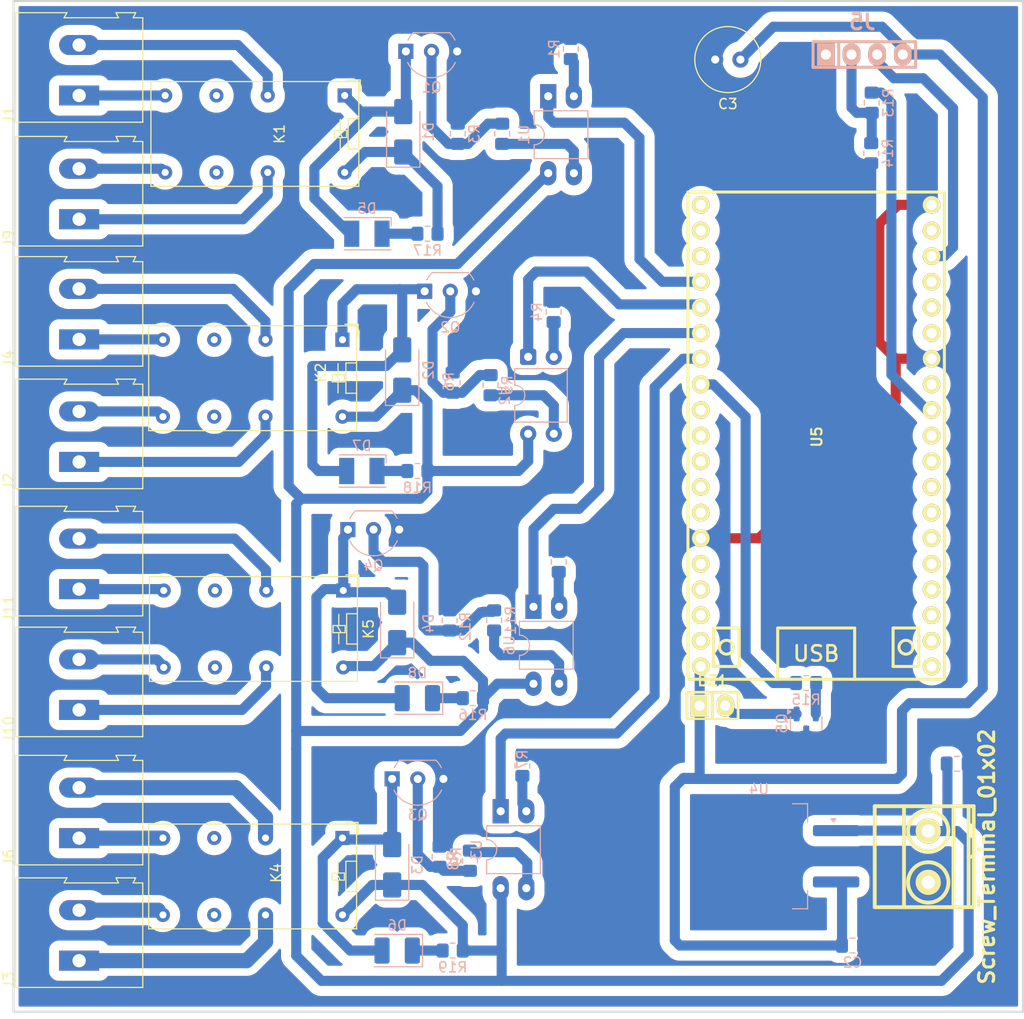
<source format=kicad_pcb>
(kicad_pcb (version 20241229) (generator "pcbnew") (generator_version "9.0")
  (layers (0 "F.Cu" signal) (2 "B.Cu" signal) (13 "F.Paste" user) (15 "B.Paste" user) (5 "F.SilkS" user "F.Silkscreen") (7 "B.SilkS" user "B.Silkscreen") (1 "F.Mask" user) (3 "B.Mask" user) (25 "Edge.Cuts" user))
  (net 0 "")
  (net 1 "Net-(J1-Pin_1)")
  (net 2 "GND")
  (net 3 "Net-(D1-A)")
  (net 4 "+5V")
  (net 5 "VCC")
  (net 6 "echo")
  (net 7 "trig")
  (net 8 "Net-(R1-Pad2)")
  (net 9 "Net-(R2-Pad1)")
  (net 14 "Net-(BZ1--)")
  (net 26 "Net-(Q5-B)")
  (net 37 "Net-(D2-A)")
  (net 38 "Net-(D4-A)")
  (net 39 "Net-(J4-Pin_1)")
  (net 40 "Net-(R4-Pad2)")
  (net 41 "Net-(Q2-B)")
  (net 42 "Net-(R5-Pad1)")
  (net 43 "Net-(R7-Pad2)")
  (net 44 "Net-(Q3-B)")
  (net 45 "Net-(R8-Pad1)")
  (net 46 "Net-(R10-Pad2)")
  (net 47 "Net-(Q4-B)")
  (net 48 "Net-(R11-Pad1)")
  (net 49 "VCC1")
  (net 50 "Net-(J5-Pin_2)")
  (net 52 "Net-(J10-Pin_2)")
  (net 54 "Net-(J11-Pin_1)")
  (net 55 "Net-(J9-Pin_2)")
  (net 58 "Net-(J2-Pin_2)")
  (net 61 "Net-(J3-Pin_2)")
  (net 62 "Net-(J6-Pin_1)")
  (net 64 "gpio1")
  (net 65 "gpio2")
  (net 66 "gpio4")
  (net 67 "gpio3")
  (net 68 "Net-(U5-IO33)")
  (net 69 "Net-(Q1-B)")
  (net 71 "Net-(D5-A)")
  (net 72 "Net-(D7-A)")
  (net 73 "22")
  (net 74 "88")
  (net 75 "66")
  (net 76 "77")
  (net 77 "55")
  (net 78 "11")
  (net 79 "33")
  (net 80 "44")
  (net 82 "Net-(D3-A)")
  (net 83 "Net-(D6-A)")
  (net 84 "Net-(D8-A)")
  (footprint "EESTN5:BORNERA2" (layer "F.Cu") (at 188.6 134.2 90)
    (property "Reference" "J7" (hide yes))
    (property "Value" "Screw_Terminal_01x02")
  )
  (footprint "TerminalBlock:TerminalBlock_Altech_AK300-2_P5.00mm" (layer "F.Cu") (at 104.5 71.065 90)
    (property "Reference" "J9")
    (property "Value" "Screw_Terminal_01x02")
  )
  (footprint "TerminalBlock:TerminalBlock_Altech_AK300-2_P5.00mm" (layer "F.Cu") (at 104.5 119.665 90)
    (property "Reference" "J10")
    (property "Value" "Screw_Terminal_01x02")
  )
  (footprint "Relay_THT:Relay_DPDT_Omron_G5V-2" (layer "F.Cu") (at 130.6575 107.8375 -90)
    (property "Reference" "K5")
    (property "Value" "G5V-2")
  )
  (footprint "TerminalBlock:TerminalBlock_Altech_AK300-2_P5.00mm" (layer "F.Cu") (at 104.5 82.965 90)
    (property "Reference" "J4")
    (property "Value" "Screw_Terminal_01x02")
  )
  (footprint "Relay_THT:Relay_DPDT_Omron_G5V-2" (layer "F.Cu") (at 130.8 58.8075 -90)
    (property "Reference" "K1")
    (property "Value" "G5V-2")
  )
  (footprint "Relay_THT:Relay_DPDT_Omron_G5V-2" (layer "F.Cu") (at 130.58 83 -90)
    (property "Reference" "K2")
    (property "Value" "G5V-2")
  )
  (footprint "TerminalBlock:TerminalBlock_Altech_AK300-2_P5.00mm" (layer "F.Cu") (at 104.5 144.5 90)
    (property "Reference" "J3")
    (property "Value" "Screw_Terminal_01x02")
  )
  (footprint "EESTN5:Pin_Header_2" (layer "F.Cu") (at 167.23 118.9325)
    (property "Reference" "BZ1")
    (property "Value" "Buzzer" (hide yes))
  )
  (footprint "TerminalBlock:TerminalBlock_Altech_AK300-2_P5.00mm" (layer "F.Cu") (at 104.5 95.1 90)
    (property "Reference" "J2")
    (property "Value" "Screw_Terminal_01x02")
  )
  (footprint "TerminalBlock:TerminalBlock_Altech_AK300-2_P5.00mm" (layer "F.Cu") (at 104.5 107.7 90)
    (property "Reference" "J11")
    (property "Value" "Screw_Terminal_01x02")
  )
  (footprint "TerminalBlock:TerminalBlock_Altech_AK300-2_P5.00mm" (layer "F.Cu") (at 104.5 132.365 90)
    (property "Reference" "J6")
    (property "Value" "Screw_Terminal_01x02")
  )
  (footprint "Capacitor_THT:C_Radial_D6.3mm_H5.0mm_P2.50mm" (layer "F.Cu") (at 170 55.25 180)
    (property "Reference" "C3")
    (property "Value" "C_Polarized")
  )
  (footprint "TerminalBlock:TerminalBlock_Altech_AK300-2_P5.00mm" (layer "F.Cu") (at 104.5 58.8075 90)
    (property "Reference" "J1")
    (property "Value" "Screw_Terminal_01x02")
  )
  (footprint "Relay_THT:Relay_DPDT_Omron_G5V-2" (layer "F.Cu") (at 130.58 132.35 -90)
    (property "Reference" "K4")
    (property "Value" "G5V-2")
  )
  (footprint "EESTN5:ESP32S" (layer "F.Cu") (at 177.5 92.5 -90)
    (property "Reference" "U5")
    (property "Value" "ESP32_DEVKITC" (hide yes))
  )
  (footprint "LED_SMD:LED_PLCC-2_3.4x3.0mm_AK" (layer "B.Cu") (at 133 72.5 180)
    (property "Reference" "D5")
    (property "Value" "LED")
  )
  (footprint "Resistor_SMD:R_0805_2012Metric_Pad1.20x1.40mm_HandSolder" (layer "B.Cu") (at 145.6 110.8 90)
    (property "Reference" "R11")
    (property "Value" "1k")
  )
  (footprint "EESTN5:DIP-4_PC817" (layer "B.Cu") (at 146.25 129.7 -90)
    (property "Reference" "U3")
    (property "Value" "PC817" (hide yes))
  )
  (footprint "Resistor_SMD:R_0805_2012Metric_Pad1.20x1.40mm_HandSolder" (layer "B.Cu") (at 143.5 118.5)
    (property "Reference" "R16")
    (property "Value" "1k")
  )
  (footprint "LED_SMD:LED_PLCC-2_3.4x3.0mm_AK" (layer "B.Cu") (at 132.5 96 180)
    (property "Reference" "D7")
    (property "Value" "LED")
  )
  (footprint "Resistor_SMD:R_0805_2012Metric_Pad1.20x1.40mm_HandSolder" (layer "B.Cu") (at 143.2 134.6 -90)
    (property "Reference" "R8")
    (property "Value" "1k")
  )
  (footprint "Capacitor_SMD:C_0805_2012Metric_Pad1.18x1.45mm_HandSolder" (layer "B.Cu") (at 181.1 143)
    (property "Reference" "C2")
    (property "Value" "C")
  )
  (footprint "Capacitor_SMD:C_0805_2012Metric_Pad1.18x1.45mm_HandSolder" (layer "B.Cu") (at 191.4625 125)
    (property "Reference" "C1" (hide yes))
    (property "Value" "C")
  )
  (footprint "Resistor_SMD:R_0805_2012Metric_Pad1.20x1.40mm_HandSolder" (layer "B.Cu") (at 148.4 125.2 -90)
    (property "Reference" "R7")
    (property "Value" "220")
  )
  (footprint "Resistor_SMD:R_0805_2012Metric_Pad1.20x1.40mm_HandSolder" (layer "B.Cu") (at 141.2 110.8 90)
    (property "Reference" "R12")
    (property "Value" "10k")
  )
  (footprint "Resistor_SMD:R_0805_2012Metric_Pad1.20x1.40mm_HandSolder" (layer "B.Cu") (at 176.5 117)
    (property "Reference" "R15")
    (property "Value" "1k")
  )
  (footprint "Package_DIP:DIP-4_W7.62mm" (layer "B.Cu") (at 148.975 84.695 -90)
    (property "Reference" "U2")
    (property "Value" "PC817")
  )
  (footprint "Package_TO_SOT_THT:TO-92_Inline_Wide" (layer "B.Cu") (at 138.72 78.2)
    (property "Reference" "Q2")
    (property "Value" "BC547")
  )
  (footprint "Diode_SMD:D_SMA" (layer "B.Cu") (at 136.6 62.4 90)
    (property "Reference" "D1")
    (property "Value" "1n4007")
  )
  (footprint "Package_TO_SOT_SMD:TO-263-3_TabPin2" (layer "B.Cu") (at 171.825 134.16 180)
    (property "Reference" "U4")
    (property "Value" "L7805")
  )
  (footprint "EESTN5:pin_strip_4" (layer "B.Cu") (at 182.27 54.75)
    (property "Reference" "J5")
    (property "Value" "Screw_Terminal_01x04" (hide yes))
  )
  (footprint "Diode_SMD:D_SMA" (layer "B.Cu") (at 135.5 135 90)
    (property "Reference" "D3")
    (property "Value" "1n4007")
  )
  (footprint "Diode_SMD:D_SMA" (layer "B.Cu") (at 136.5 86 90)
    (property "Reference" "D2")
    (property "Value" "1n4007")
  )
  (footprint "EESTN5:DIP-4_PC817" (layer "B.Cu") (at 149.5 109.45 -90)
    (property "Reference" "U6")
    (property "Value" "PC817" (hide yes))
  )
  (footprint "Resistor_SMD:R_0805_2012Metric_Pad1.20x1.40mm_HandSolder" (layer "B.Cu") (at 146.4 62.6 90)
    (property "Reference" "R2" (hide yes))
    (property "Value" "1k")
  )
  (footprint "Resistor_SMD:R_0805_2012Metric_Pad1.20x1.40mm_HandSolder" (layer "B.Cu") (at 139 72.5)
    (property "Reference" "R17")
    (property "Value" "1k")
  )
  (footprint "LED_SMD:LED_PLCC-2_3.4x3.0mm_AK" (layer "B.Cu") (at 136 143.5 180)
    (property "Reference" "D6")
    (property "Value" "LED")
  )
  (footprint "Resistor_SMD:R_0805_2012Metric_Pad1.20x1.40mm_HandSolder" (layer "B.Cu") (at 138 96)
    (property "Reference" "R18")
    (property "Value" "1k")
  )
  (footprint "Package_TO_SOT_THT:TO-92_Inline_Wide" (layer "B.Cu") (at 135.5 126.5)
    (property "Reference" "Q3")
    (property "Value" "BC547")
  )
  (footprint "Resistor_SMD:R_0805_2012Metric_Pad1.20x1.40mm_HandSolder" (layer "B.Cu") (at 141.5 143.5)
    (property "Reference" "R19")
    (property "Value" "1k")
  )
  (footprint "Package_TO_SOT_SMD:SOT-23" (layer "B.Cu") (at 176.5125 121 -90)
    (property "Reference" "Q5")
    (property "Value" "BC547")
  )
  (footprint "Resistor_SMD:R_0805_2012Metric_Pad1.20x1.40mm_HandSolder" (layer "B.Cu") (at 182.95 64.525 90)
    (property "Reference" "R14")
    (property "Value" "2K")
  )
  (footprint "EESTN5:DIP-4_PC817" (layer "B.Cu") (at 150.96 58.88 -90)
    (property "Reference" "U1")
    (property "Value" "PC817" (hide yes))
  )
  (footprint "Package_TO_SOT_THT:TO-92_Inline_Wide" (layer "B.Cu") (at 136.86 54.44)
    (property "Reference" "Q1")
    (property "Value" "BC547")
  )
  (footprint "Resistor_SMD:R_0805_2012Metric_Pad1.20x1.40mm_HandSolder" (layer "B.Cu") (at 141.5 87.25 90)
    (property "Reference" "R6")
    (property "Value" "10k")
  )
  (footprint "Resistor_SMD:R_0805_2012Metric_Pad1.20x1.40mm_HandSolder" (layer "B.Cu") (at 153.2 54.2 -90)
    (property "Reference" "R1")
    (property "Value" "220")
  )
  (footprint "Resistor_SMD:R_0805_2012Metric_Pad1.20x1.40mm_HandSolder" (layer "B.Cu") (at 145.25 87.5 90)
    (property "Reference" "R5")
    (property "Value" "1k")
  )
  (footprint "Resistor_SMD:R_0805_2012Metric_Pad1.20x1.40mm_HandSolder" (layer "B.Cu") (at 152 105 -90)
    (property "Reference" "R10" (hide yes))
    (property "Value" "220")
  )
  (footprint "Diode_SMD:D_SMA" (layer "B.Cu") (at 136 111 90)
    (property "Reference" "D4")
    (property "Value" "1n4007")
  )
  (footprint "Resistor_SMD:R_0805_2012Metric_Pad1.20x1.40mm_HandSolder" (layer "B.Cu") (at 142 62.6 90)
    (property "Reference" "R3")
    (property "Value" "10k" (hide yes))
  )
  (footprint "Package_TO_SOT_THT:TO-92_Inline_Wide" (layer "B.Cu") (at 131.12 101.8)
    (property "Reference" "Q4")
    (property "Value" "BC547")
  )
  (footprint "LED_SMD:LED_PLCC-2_3.4x3.0mm_AK" (layer "B.Cu") (at 138 118.5 180)
    (property "Reference" "D8")
    (property "Value" "LED")
  )
  (footprint "Resistor_SMD:R_0805_2012Metric_Pad1.20x1.40mm_HandSolder" (layer "B.Cu") (at 140.2 134.2 90)
    (property "Reference" "R9")
    (property "Value" "10k" (hide yes))
  )
  (footprint "Resistor_SMD:R_0805_2012Metric_Pad1.20x1.40mm_HandSolder" (layer "B.Cu") (at 183 59.525 90)
    (property "Reference" "R13")
    (property "Value" "1K")
  )
  (footprint "Resistor_SMD:R_0805_2012Metric_Pad1.20x1.40mm_HandSolder" (layer "B.Cu") (at 151.5 80.25 -90)
    (property "Reference" "R4")
    (property "Value" "220")
  )
  (gr_rect (start 98 49.45) (end 198 149.55) (stroke (width 0.2)) (fill no) (layer "Edge.Cuts"))
  (segment (start 104.5 58.8075) (end 113.02 58.8075) (width 1) (layer "B.Cu") (net 1))
  (segment (start 188.93 69.64) (end 185.61 69.64) (width 1) (layer "F.Cu") (net 2))
  (segment (start 185.38 89.12) (end 185.38 84.88) (width 1) (layer "F.Cu") (net 2))
  (segment (start 185.61 69.64) (end 183.75 71.5) (width 1) (layer "F.Cu") (net 2))
  (segment (start 171.84 102.66) (end 185.38 89.12) (width 1) (layer "F.Cu") (net 2))
  (segment (start 185.38 84.88) (end 188.93 84.88) (width 1) (layer "F.Cu") (net 2))
  (segment (start 183.75 83.25) (end 185.38 84.88) (width 1) (layer "F.Cu") (net 2))
  (segment (start 183.75 71.5) (end 183.75 83.25) (width 1) (layer "F.Cu") (net 2))
  (segment (start 166.07 102.66) (end 171.84 102.66) (width 1) (layer "F.Cu") (net 2))
  (segment (start 136.86 60.14) (end 136.6 60.4) (width 1) (layer "B.Cu") (net 3))
  (segment (start 127.8 69) (end 131.3 72.5) (width 1) (layer "B.Cu") (net 3))
  (segment (start 136.6 60.4) (end 133.4 60.4) (width 1) (layer "B.Cu") (net 3))
  (segment (start 131.3 72.5) (end 131.5 72.5) (width 1) (layer "B.Cu") (net 3))
  (segment (start 127.8 66) (end 127.8 69) (width 1) (layer "B.Cu") (net 3))
  (segment (start 136.86 54.44) (end 136.86 60.14) (width 1) (layer "B.Cu") (net 3))
  (segment (start 133.4 60.4) (end 127.8 66) (width 1) (layer "B.Cu") (net 3))
  (segment (start 136.6 60.4) (end 132.3925 60.4) (width 1) (layer "B.Cu") (net 3))
  (segment (start 132.3925 60.4) (end 130.8 58.8075) (width 1) (layer "B.Cu") (net 3))
  (segment (start 186 126) (end 186 119.75) (width 1) (layer "B.Cu") (net 4))
  (segment (start 192.5 119) (end 194 117.5) (width 1) (layer "B.Cu") (net 4))
  (segment (start 186 119.75) (end 186.75 119) (width 1) (layer "B.Cu") (net 4))
  (segment (start 186.75 119) (end 192.5 119) (width 1) (layer "B.Cu") (net 4))
  (segment (start 189.75 54.75) (end 186.08 54.75) (width 1) (layer "B.Cu") (net 4))
  (segment (start 185.5 126.5) (end 186 126) (width 1) (layer "B.Cu") (net 4))
  (segment (start 163.5 142.5) (end 163.5 127.274) (width 1) (layer "B.Cu") (net 4))
  (segment (start 164 143) (end 163.5 142.5) (width 1) (layer "B.Cu") (net 4))
  (segment (start 180.0625 143) (end 180.0625 137.2875) (width 1) (layer "B.Cu") (net 4))
  (segment (start 173.25 52) (end 184.021618 52) (width 1) (layer "B.Cu") (net 4))
  (segment (start 164.374 126.4) (end 165.96 126.4) (width 1) (layer "B.Cu") (net 4))
  (segment (start 164.474 126.5) (end 185.5 126.5) (width 1) (layer "B.Cu") (net 4))
  (segment (start 194 117.5) (end 194 59) (width 1) (layer "B.Cu") (net 4))
  (segment (start 184.021618 52) (end 186.08 54.058382) (width 1) (layer "B.Cu") (net 4))
  (segment (start 170 55.25) (end 173.25 52) (width 1) (layer "B.Cu") (net 4))
  (segment (start 186.08 54.058382) (end 186.08 54.75) (width 1) (layer "B.Cu") (net 4))
  (segment (start 164.374 126.4) (end 164.474 126.5) (width 1) (layer "B.Cu") (net 4))
  (segment (start 163.5 127.274) (end 164.374 126.4) (width 1) (layer "B.Cu") (net 4))
  (segment (start 194 59) (end 189.75 54.75) (width 1) (layer "B.Cu") (net 4))
  (segment (start 180.0625 143) (end 164 143) (width 1) (layer "B.Cu") (net 4))
  (segment (start 165.96 126.4) (end 165.96 115.47) (width 1) (layer "B.Cu") (net 4))
  (segment (start 165.96 115.47) (end 166.07 115.36) (width 1) (layer "B.Cu") (net 4))
  (segment (start 139 98) (end 138.25 98.75) (width 1) (layer "B.Cu") (net 5))
  (segment (start 188.56 131.62) (end 188.6 131.66) (width 1) (layer "B.Cu") (net 5))
  (segment (start 190.5 131.66) (end 188.6 131.66) (width 1) (layer "B.Cu") (net 5))
  (segment (start 142.5 141) (end 142.5 143.5) (width 1) (layer "B.Cu") (net 5))
  (segment (start 146.35 146.5) (end 146.35 137.02) (width 1) (layer "B.Cu") (net 5))
  (segment (start 139.3 114.8) (end 142.55 114.8) (width 1) (layer "B.Cu") (net 5))
  (segment (start 133.88 90.62) (end 136.5 88) (width 1) (layer "B.Cu") (net 5))
  (segment (start 142.5 143.5) (end 146.35 143.5) (width 1) (layer "B.Cu") (net 5))
  (segment (start 126 99.25) (end 126 123.5) (width 1) (layer "B.Cu") (net 5))
  (segment (start 133.68 115.32) (end 130.63 115.32) (width 1) (layer "B.Cu") (net 5))
  (segment (start 136.5 88) (end 137.84405 88) (width 1) (layer "B.Cu") (net 5))
  (segment (start 148.975 92.315) (end 148.975 95.025) (width 1) (layer "B.Cu") (net 5))
  (segment (start 126.5 98.75) (end 126 99.25) (width 1) (layer "B.Cu") (net 5))
  (segment (start 126 144) (end 128.5 146.5) (width 1) (layer "B.Cu") (net 5))
  (segment (start 125.25 97.5) (end 125.25 78) (width 1) (layer "B.Cu") (net 5))
  (segment (start 192.6 132.8) (end 191.46 131.66) (width 1) (layer "B.Cu") (net 5))
  (segment (start 130.58 90.62) (end 133.88 90.62) (width 1) (layer "B.Cu") (net 5))
  (segment (start 190.5 125.075) (end 190.5 131.66) (width 1) (layer "B.Cu") (net 5))
  (segment (start 142.25 121.75) (end 126 121.75) (width 1) (layer "B.Cu") (net 5))
  (segment (start 145.93 117.07) (end 144.5 118.5) (width 1) (layer "B.Cu") (net 5))
  (segment (start 133.55 137) (end 130.58 139.97) (width 1) (layer "B.Cu") (net 5))
  (segment (start 141.5 140) (end 142.5 141) (width 1) (layer "B.Cu") (net 5))
  (segment (start 141.96 75.5) (end 150.96 66.5) (width 1) (layer "B.Cu") (net 5))
  (segment (start 179.475 131.62) (end 188.56 131.62) (width 1) (layer "B.Cu") (net 5))
  (segment (start 142.55 114.8) (end 144.5 116.75) (width 1) (layer "B.Cu") (net 5))
  (segment (start 126 123.5) (end 126 144) (width 1) (layer "B.Cu") (net 5))
  (segment (start 139 96) (end 139 98) (width 1) (layer "B.Cu") (net 5))
  (segment (start 190.425 125) (end 190.5 125.075) (width 1) (layer "B.Cu") (net 5))
  (segment (start 135.5 137) (end 133.55 137) (width 1) (layer "B.Cu") (net 5))
  (segment (start 135.5 137) (end 138.5 137) (width 1) (layer "B.Cu") (net 5))
  (segment (start 137.84405 88) (end 139 89.15595) (width 1) (layer "B.Cu") (net 5))
  (segment (start 136 113) (end 137.5 113) (width 1) (layer "B.Cu") (net 5))
  (segment (start 139 89.15595) (end 139 96) (width 1) (layer "B.Cu") (net 5))
  (segment (start 146.35 137.02) (end 146.35 137.780552) (width 1) (layer "B.Cu") (net 5))
  (segment (start 192.6 143.8) (end 192.6 132.8) (width 1) (layer "B.Cu") (net 5))
  (segment (start 148 96) (end 139 96) (width 1) (layer "B.Cu") (net 5))
  (segment (start 128.5 146.5) (end 189.9 146.5) (width 1) (layer "B.Cu") (net 5))
  (segment (start 126.5 98.75) (end 125.25 97.5) (width 1) (layer "B.Cu") (net 5))
  (segment (start 144.5 118.5) (end 144.5 119.5) (width 1) (layer "B.Cu") (net 5))
  (segment (start 137.5 113) (end 139.3 114.8) (width 1) (layer "B.Cu") (net 5))
  (segment (start 125.25 78) (end 127.75 75.5) (width 1) (layer "B.Cu") (net 5))
  (segment (start 189.9 146.5) (end 192.6 143.8) (width 1) (layer "B.Cu") (net 5))
  (segment (start 144.5 116.75) (end 144.5 118.5) (width 1) (layer "B.Cu") (net 5))
  (segment (start 144.5 119.5) (end 142.25 121.75) (width 1) (layer "B.Cu") (net 5))
  (segment (start 191.46 131.66) (end 188.6 131.66) (width 1) (layer "B.Cu") (net 5))
  (segment (start 127.75 75.5) (end 141.96 75.5) (width 1) (layer "B.Cu") (net 5))
  (segment (start 138.25 98.75) (end 126.5 98.75) (width 1) (layer "B.Cu") (net 5))
  (segment (start 138.5 137) (end 142.5 141) (width 1) (layer "B.Cu") (net 5))
  (segment (start 148.975 95.025) (end 148 96) (width 1) (layer "B.Cu") (net 5))
  (segment (start 133.68 115.32) (end 136 113) (width 1) (layer "B.Cu") (net 5))
  (segment (start 149.5 117.07) (end 145.93 117.07) (width 1) (layer "B.Cu") (net 5))
  (segment (start 191.056 60.056) (end 188.101 57.101) (width 1) (layer "B.Cu") (net 6))
  (segment (start 185.199382 57.101) (end 183.54 55.441618) (width 1) (layer "B.Cu") (net 6))
  (segment (start 190.167436 74.72) (end 191.056 73.831436) (width 1) (layer "B.Cu") (net 6))
  (segment (start 191.056 73.831436) (end 191.056 60.056) (width 1) (layer "B.Cu") (net 6))
  (segment (start 188.93 74.72) (end 190.167436 74.72) (width 1) (layer "B.Cu") (net 6))
  (segment (start 188.101 57.101) (end 185.199382 57.101) (width 1) (layer "B.Cu") (net 6))
  (segment (start 183.54 55.441618) (end 183.54 54.75) (width 1) (layer "B.Cu") (net 6))
  (segment (start 183.929662 58.525) (end 183 58.525) (width 1) (layer "B.Cu") (net 7))
  (segment (start 184.951 86.447618) (end 184.951 85.545619) (width 1) (layer "B.Cu") (net 7))
  (segment (start 188.463382 89.96) (end 184.951 86.447618) (width 1) (layer "B.Cu") (net 7))
  (segment (start 184.951 59.546338) (end 183.929662 58.525) (width 1) (layer "B.Cu") (net 7))
  (segment (start 184.951 85.545619) (end 184.951 59.546338) (width 1) (layer "B.Cu") (net 7))
  (segment (start 188.93 89.96) (end 188.463382 89.96) (width 1) (layer "B.Cu") (net 7))
  (segment (start 153.5 58.88) (end 153.5 55.5) (width 1) (layer "B.Cu") (net 8))
  (segment (start 153.5 55.5) (end 153.2 55.2) (width 1) (layer "B.Cu") (net 8))
  (segment (start 146.4 63.6) (end 152.8 63.6) (width 1) (layer "B.Cu") (net 9))
  (segment (start 153.5 64.3) (end 153.5 66.5) (width 1) (layer "B.Cu") (net 9))
  (segment (start 152.8 63.6) (end 153.5 64.3) (width 1) (layer "B.Cu") (net 9))
  (segment (start 169.3125 120.0625) (end 168.5 119.25) (width 1) (layer "B.Cu") (net 14))
  (segment (start 175.5625 120.0625) (end 169.3125 120.0625) (width 1) (layer "B.Cu") (net 14))
  (segment (start 177.4625 120.0625) (end 177.4625 117.0375) (width 1) (layer "B.Cu") (net 26))
  (segment (start 177.4625 117.0375) (end 177.5 117) (width 1) (layer "B.Cu") (net 26))
  (segment (start 127.6 85.6) (end 134.9 85.6) (width 1) (layer "B.Cu") (net 37))
  (segment (start 128.2 96) (end 127.6 95.4) (width 1) (layer "B.Cu") (net 37))
  (segment (start 132 78) (end 136.25 78) (width 1) (layer "B.Cu") (net 37))
  (segment (start 138.52 78) (end 136.25 78) (width 1) (layer "B.Cu") (net 37))
  (segment (start 134.9 85.6) (end 136.5 84) (width 1) (layer "B.Cu") (net 37))
  (segment (start 131 96) (end 128.2 96) (width 1) (layer "B.Cu") (net 37))
  (segment (start 138.72 78.2) (end 138.52 78) (width 1) (layer "B.Cu") (net 37))
  (segment (start 136.5 84) (end 136.5 78.25) (width 1) (layer "B.Cu") (net 37))
  (segment (start 127.6 95.4) (end 127.6 85.6) (width 1) (layer "B.Cu") (net 37))
  (segment (start 130.58 79.42) (end 132 78) (width 1) (layer "B.Cu") (net 37))
  (segment (start 136.5 78.25) (end 136.25 78) (width 1) (layer "B.Cu") (net 37))
  (segment (start 130.58 83) (end 130.58 79.42) (width 1) (layer "B.Cu") (net 37))
  (segment (start 130.93 108) (end 130.63 107.7) (width 1) (layer "B.Cu") (net 38))
  (segment (start 128 117.5) (end 129 118.5) (width 1) (layer "B.Cu") (net 38))
  (segment (start 136 109) (end 135 108) (width 1) (layer "B.Cu") (net 38))
  (segment (start 130.6575 107.6725) (end 130.63 107.7) (width 1) (layer "B.Cu") (net 38))
  (segment (start 135 108) (end 130.93 108) (width 1) (layer "B.Cu") (net 38))
  (segment (start 130.63 107.7) (end 128.8 107.7) (width 1) (layer "B.Cu") (net 38))
  (segment (start 129 118.5) (end 136.5 118.5) (width 1) (layer "B.Cu") (net 38))
  (segment (start 131.26 102.04) (end 130.6575 102.6425) (width 1) (layer "B.Cu") (net 38))
  (segment (start 130.6575 102.6425) (end 130.6575 107.6725) (width 1) (layer "B.Cu") (net 38))
  (segment (start 128.8 107.7) (end 128 108.5) (width 1) (layer "B.Cu") (net 38))
  (segment (start 128 108.5) (end 128 117.5) (width 1) (layer "B.Cu") (net 38))
  (segment (start 112.765 82.965) (end 112.8 83) (width 1) (layer "B.Cu") (net 39))
  (segment (start 104.5 82.965) (end 112.765 82.965) (width 1) (layer "B.Cu") (net 39))
  (segment (start 151.5 81.25) (end 151.5 84.68) (width 1) (layer "B.Cu") (net 40))
  (segment (start 151.5 84.68) (end 151.515 84.695) (width 1) (layer "B.Cu") (net 40))
  (segment (start 141.26 80.24) (end 141.26 78.2) (width 1) (layer "B.Cu") (net 41))
  (segment (start 144.179662 86.5) (end 142.429662 88.25) (width 1) (layer "B.Cu") (net 41))
  (segment (start 142.429662 88.25) (end 141.5 88.25) (width 1) (layer "B.Cu") (net 41))
  (segment (start 140.570338 88.25) (end 139.5 87.179662) (width 1) (layer "B.Cu") (net 41))
  (segment (start 141.5 88.25) (end 140.570338 88.25) (width 1) (layer "B.Cu") (net 41))
  (segment (start 145.25 86.5) (end 144.179662 86.5) (width 1) (layer "B.Cu") (net 41))
  (segment (start 139.5 82) (end 141.26 80.24) (width 1) (layer "B.Cu") (net 41))
  (segment (start 139.5 87.179662) (end 139.5 82) (width 1) (layer "B.Cu") (net 41))
  (segment (start 151.515 89.515) (end 150.5 88.5) (width 1) (layer "B.Cu") (net 42))
  (segment (start 150.5 88.5) (end 145.25 88.5) (width 1) (layer "B.Cu") (net 42))
  (segment (start 151.515 92.315) (end 151.515 89.515) (width 1) (layer "B.Cu") (net 42))
  (segment (start 148.4 126.2) (end 148.4 128.91) (width 1) (layer "B.Cu") (net 43))
  (segment (start 148.4 128.91) (end 148.89 129.4) (width 1) (layer "B.Cu") (net 43))
  (segment (start 139.270338 135.2) (end 140.2 135.2) (width 1) (layer "B.Cu") (net 44))
  (segment (start 138.04 133.969662) (end 139.270338 135.2) (width 1) (layer "B.Cu") (net 44))
  (segment (start 140.6 135.6) (end 143.2 135.6) (width 1) (layer "B.Cu") (net 44))
  (segment (start 138.04 126.5) (end 138.04 133.969662) (width 1) (layer "B.Cu") (net 44))
  (segment (start 140.2 135.2) (end 140.6 135.6) (width 1) (layer "B.Cu") (net 44))
  (segment (start 147.82 133.75) (end 148.89 134.82) (width 1) (layer "B.Cu") (net 45))
  (segment (start 148.89 134.82) (end 148.89 137.02) (width 1) (layer "B.Cu") (net 45))
  (segment (start 143.2 133.6) (end 143.35 133.75) (width 1) (layer "B.Cu") (net 45))
  (segment (start 143.35 133.75) (end 147.82 133.75) (width 1) (layer "B.Cu") (net 45))
  (segment (start 152 106) (end 152 109.41) (width 1) (layer "B.Cu") (net 46))
  (segment (start 152 109.41) (end 152.04 109.45) (width 1) (layer "B.Cu") (net 46))
  (segment (start 138.6 105.4) (end 138.6 111.4) (width 1) (layer "B.Cu") (net 47))
  (segment (start 139 111.8) (end 141.2 111.8) (width 1) (layer "B.Cu") (net 47))
  (segment (start 134.6 105) (end 138.2 105) (width 1) (layer "B.Cu") (net 47))
  (segment (start 133.66 101.8) (end 133.66 104.06) (width 1) (layer "B.Cu") (net 47))
  (segment (start 141.2 111.8) (end 142.45 111.8) (width 1) (layer "B.Cu") (net 47))
  (segment (start 138.2 105) (end 138.6 105.4) (width 1) (layer "B.Cu") (net 47))
  (segment (start 133.66 104.06) (end 134.6 105) (width 1) (layer "B.Cu") (net 47))
  (segment (start 138.6 111.4) (end 139 111.8) (width 1) (layer "B.Cu") (net 47))
  (segment (start 145.451 109.949) (end 145.6 109.8) (width 1) (layer "B.Cu") (net 47))
  (segment (start 144.521338 109.949) (end 145.451 109.949) (width 1) (layer "B.Cu") (net 47))
  (segment (start 142.45 111.8) (end 144.25 110) (width 1) (layer "B.Cu") (net 47))
  (segment (start 144.470338 110) (end 144.521338 109.949) (width 1) (layer "B.Cu") (net 47))
  (segment (start 144.25 110) (end 144.470338 110) (width 1) (layer "B.Cu") (net 47))
  (segment (start 145.6 113.6) (end 146.25 114.25) (width 1) (layer "B.Cu") (net 48))
  (segment (start 145.6 111.8) (end 145.6 113.6) (width 1) (layer "B.Cu") (net 48))
  (segment (start 151.25 114.25) (end 152.04 115.04) (width 1) (layer "B.Cu") (net 48))
  (segment (start 146.25 114.25) (end 151.25 114.25) (width 1) (layer "B.Cu") (net 48))
  (segment (start 152.04 115.04) (end 152.04 117.07) (width 1) (layer "B.Cu") (net 48))
  (segment (start 140 67.8) (end 140 72.5) (width 1) (layer "B.Cu") (net 49))
  (segment (start 132.8275 64.4) (end 130.8 66.4275) (width 1) (layer "B.Cu") (net 49))
  (segment (start 136.6 64.4) (end 140 67.8) (width 1) (layer "B.Cu") (net 49))
  (segment (start 136.6 64.4) (end 132.8275 64.4) (width 1) (layer "B.Cu") (net 49))
  (segment (start 183 60.525) (end 183 63.475) (width 1) (layer "B.Cu") (net 50))
  (segment (start 181 60) (end 181 54.75) (width 1) (layer "B.Cu") (net 50))
  (segment (start 183 60.525) (end 181.525 60.525) (width 1) (layer "B.Cu") (net 50))
  (segment (start 181.525 60.525) (end 181 60) (width 1) (layer "B.Cu") (net 50))
  (segment (start 182.95 60.575) (end 183 60.525) (width 1) (layer "B.Cu") (net 50))
  (segment (start 183 63.475) (end 182.95 63.525) (width 1) (layer "B.Cu") (net 50))
  (segment (start 112.195 114.665) (end 112.85 115.32) (width 1) (layer "B.Cu") (net 52))
  (segment (start 104.5 114.665) (end 112.195 114.665) (width 1) (layer "B.Cu") (net 52))
  (segment (start 104.5 107.7) (end 112.85 107.7) (width 1) (layer "B.Cu") (net 54))
  (segment (start 112.6575 66.065) (end 113.02 66.4275) (width 1) (layer "B.Cu") (net 55))
  (segment (start 104.5 66.065) (end 112.6575 66.065) (width 1) (layer "B.Cu") (net 55))
  (segment (start 104.5 90.1) (end 112.28 90.1) (width 1) (layer "B.Cu") (net 58))
  (segment (start 112.28 90.1) (end 112.8 90.62) (width 1) (layer "B.Cu") (net 58))
  (segment (start 112.33 139.5) (end 112.8 139.97) (width 1) (layer "B.Cu") (net 61))
  (segment (start 104.5 139.5) (end 112.33 139.5) (width 1.5) (layer "B.Cu") (net 61))
  (segment (start 112.785 132.365) (end 112.8 132.35) (width 1) (layer "B.Cu") (net 62))
  (segment (start 104.5 132.365) (end 112.785 132.365) (width 1.5) (layer "B.Cu") (net 62))
  (segment (start 160 75) (end 162.26 77.26) (width 1) (layer "B.Cu") (net 64))
  (segment (start 150.96 60.96) (end 151.5 61.5) (width 1) (layer "B.Cu") (net 64))
  (segment (start 162.26 77.26) (end 166.07 77.26) (width 1) (layer "B.Cu") (net 64))
  (segment (start 151.5 61.5) (end 158.5 61.5) (width 1) (layer "B.Cu") (net 64))
  (segment (start 158.5 61.5) (end 160 63) (width 1) (layer "B.Cu") (net 64))
  (segment (start 150.96 58.88) (end 150.96 60.96) (width 1) (layer "B.Cu") (net 64))
  (segment (start 160 63) (end 160 75) (width 1) (layer "B.Cu") (net 64))
  (segment (start 165.77 79.5) (end 158 79.5) (width 1) (layer "B.Cu") (net 65))
  (segment (start 148.975 77.025) (end 148.975 84.695) (width 1) (layer "B.Cu") (net 65))
  (segment (start 166.07 79.8) (end 165.77 79.5) (width 1) (layer "B.Cu") (net 65))
  (segment (start 154.75 76.25) (end 149.75 76.25) (width 1) (layer "B.Cu") (net 65))
  (segment (start 149.75 76.25) (end 148.975 77.025) (width 1) (layer "B.Cu") (net 65))
  (segment (start 158 79.5) (end 154.75 76.25) (width 1) (layer "B.Cu") (net 65))
  (segment (start 161.5 118.25) (end 157.75 122) (width 1) (layer "B.Cu") (net 66))
  (segment (start 146.35 129.6) (end 146.35 129.4) (width 1) (layer "B.Cu") (net 66))
  (segment (start 146.25 122.5) (end 146.25 129.7) (width 1) (layer "B.Cu") (net 66))
  (segment (start 146.75 122) (end 146.25 122.5) (width 1) (layer "B.Cu") (net 66))
  (segment (start 161.5 87.7) (end 161.5 118.25) (width 1) (layer "B.Cu") (net 66))
  (segment (start 166.07 84.88) (end 164.32 84.88) (width 1) (layer "B.Cu") (net 66))
  (segment (start 164.32 84.88) (end 161.5 87.7) (width 1) (layer "B.Cu") (net 66))
  (segment (start 157.75 122) (end 146.75 122) (width 1) (layer "B.Cu") (net 66))
  (segment (start 146.25 129.7) (end 146.35 129.6) (width 1) (layer "B.Cu") (net 66))
  (segment (start 151.5 99.75) (end 154 99.75) (width 1) (layer "B.Cu") (net 67))
  (segment (start 149.5 109.45) (end 149.5 101.75) (width 1) (layer "B.Cu") (net 67))
  (segment (start 158.41 82.34) (end 166.07 82.34) (width 1) (layer "B.Cu") (net 67))
  (segment (start 156 97.75) (end 156 84.75) (width 1) (layer "B.Cu") (net 67))
  (segment (start 156 84.75) (end 158.41 82.34) (width 1) (layer "B.Cu") (net 67))
  (segment (start 149.5 101.75) (end 151.5 99.75) (width 1) (layer "B.Cu") (net 67))
  (segment (start 154 99.75) (end 156 97.75) (width 1) (layer "B.Cu") (net 67))
  (segment (start 173.2625 117) (end 170.5125 114.25) (width 1) (layer "B.Cu") (net 68))
  (segment (start 168.693718 88.806282) (end 167.307436 87.42) (width 1) (layer "B.Cu") (net 68))
  (segment (start 167.307436 87.42) (end 166.07 87.42) (width 1) (layer "B.Cu") (net 68))
  (segment (start 175.5 117) (end 173.2625 117) (width 1) (layer "B.Cu") (net 68))
  (segment (start 170.5125 90.625064) (end 168.693718 88.806282) (width 1) (layer "B.Cu") (net 68))
  (segment (start 170.5125 114.25) (end 170.5125 90.625064) (width 1) (layer "B.Cu") (net 68))
  (segment (start 139.4 54.44) (end 139.4 61.929662) (width 1) (layer "B.Cu") (net 69))
  (segment (start 139.4 61.929662) (end 141.070338 63.6) (width 1) (layer "B.Cu") (net 69))
  (segment (start 145 61.6) (end 143 63.6) (width 1) (layer "B.Cu") (net 69))
  (segment (start 146.4 61.6) (end 145 61.6) (width 1) (layer "B.Cu") (net 69))
  (segment (start 143 63.6) (end 142 63.6) (width 1) (layer "B.Cu") (net 69))
  (segment (start 141.070338 63.6) (end 142 63.6) (width 1) (layer "B.Cu") (net 69))
  (segment (start 138 72.5) (end 134.5 72.5) (width 1) (layer "B.Cu") (net 71))
  (segment (start 137 96) (end 134 96) (width 1) (layer "B.Cu") (net 72))
  (segment (start 120.2075 53.8075) (end 123.18 56.78) (width 1) (layer "B.Cu") (net 73))
  (segment (start 104.5 53.8075) (end 120.2075 53.8075) (width 1) (layer "B.Cu") (net 73))
  (segment (start 123.18 56.78) (end 123.18 58.8075) (width 1) (layer "B.Cu") (net 73))
  (segment (start 104.5 95.1) (end 120.3 95.1) (width 1) (layer "B.Cu") (net 74))
  (segment (start 120.3 95.1) (end 122.96 92.44) (width 1) (layer "B.Cu") (net 74))
  (segment (start 122.96 92.44) (end 122.96 90.62) (width 1) (layer "B.Cu") (net 74))
  (segment (start 121.1 144.5) (end 122.96 142.64) (width 1.5) (layer "B.Cu") (net 75))
  (segment (start 104.5 144.5) (end 121.1 144.5) (width 1.5) (layer "B.Cu") (net 75))
  (segment (start 122.96 142.64) (end 122.96 139.97) (width 1.5) (layer "B.Cu") (net 75))
  (segment (start 122.96 81.16) (end 122.96 83) (width 1) (layer "B.Cu") (net 76))
  (segment (start 119.765 77.965) (end 122.96 81.16) (width 1) (layer "B.Cu") (net 76))
  (segment (start 104.5 77.965) (end 119.765 77.965) (width 1) (layer "B.Cu") (net 76))
  (segment (start 104.5 127.365) (end 120.015 127.365) (width 1.5) (layer "B.Cu") (net 77))
  (segment (start 120.015 127.365) (end 122.96 130.31) (width 1.5) (layer "B.Cu") (net 77))
  (segment (start 122.96 130.31) (end 122.96 132.35) (width 1.5) (layer "B.Cu") (net 77))
  (segment (start 123.18 68.62) (end 123.18 66.4275) (width 1) (layer "B.Cu") (net 78))
  (segment (start 104.5 71.065) (end 120.735 71.065) (width 1) (layer "B.Cu") (net 78))
  (segment (start 120.735 71.065) (end 123.18 68.62) (width 1) (layer "B.Cu") (net 78))
  (segment (start 120.635 119.665) (end 123.01 117.29) (width 1) (layer "B.Cu") (net 79))
  (segment (start 104.5 119.665) (end 120.635 119.665) (width 1) (layer "B.Cu") (net 79))
  (segment (start 123.01 117.29) (end 123.01 115.32) (width 1) (layer "B.Cu") (net 79))
  (segment (start 123.01 105.81) (end 123.01 107.7) (width 1) (layer "B.Cu") (net 80))
  (segment (start 104.5 102.7) (end 119.9 102.7) (width 1) (layer "B.Cu") (net 80))
  (segment (start 119.9 102.7) (end 123.01 105.81) (width 1) (layer "B.Cu") (net 80))
  (segment (start 135.5 133) (end 135.5 126.5) (width 1) (layer "B.Cu") (net 82))
  (segment (start 131.350869 143.5) (end 128.629 140.778131) (width 1) (layer "B.Cu") (net 82))
  (segment (start 128.629 134.301) (end 130.43 132.5) (width 1) (layer "B.Cu") (net 82))
  (segment (start 135 132.5) (end 135.5 133) (width 1) (layer "B.Cu") (net 82))
  (segment (start 130.43 132.5) (end 135 132.5) (width 1) (layer "B.Cu") (net 82))
  (segment (start 134.5 143.5) (end 131.350869 143.5) (width 1) (layer "B.Cu") (net 82))
  (segment (start 128.629 140.778131) (end 128.629 134.301) (width 1) (layer "B.Cu") (net 82))
  (segment (start 140.5 143.5) (end 137.5 143.5) (width 1) (layer "B.Cu") (net 83))
  (segment (start 139.5 118.5) (end 142.5 118.5) (width 1) (layer "B.Cu") (net 84))
  (zone (net 2) (net_name "GND") (layer "B.Cu") (connect_pads yes (clearance 1)) (min_thickness 0.25) (fill yes (thermal_gap 0.5) (thermal_bridge_width 0.5) (island_removal_mode 1) (island_area_min 10))
    (polygon (pts (xy 197.998266 49.450104) (xy 97.948266 49.450104) (xy 98.048024 149.550104) (xy 198.069187 149.663092)))
  )
)
</source>
